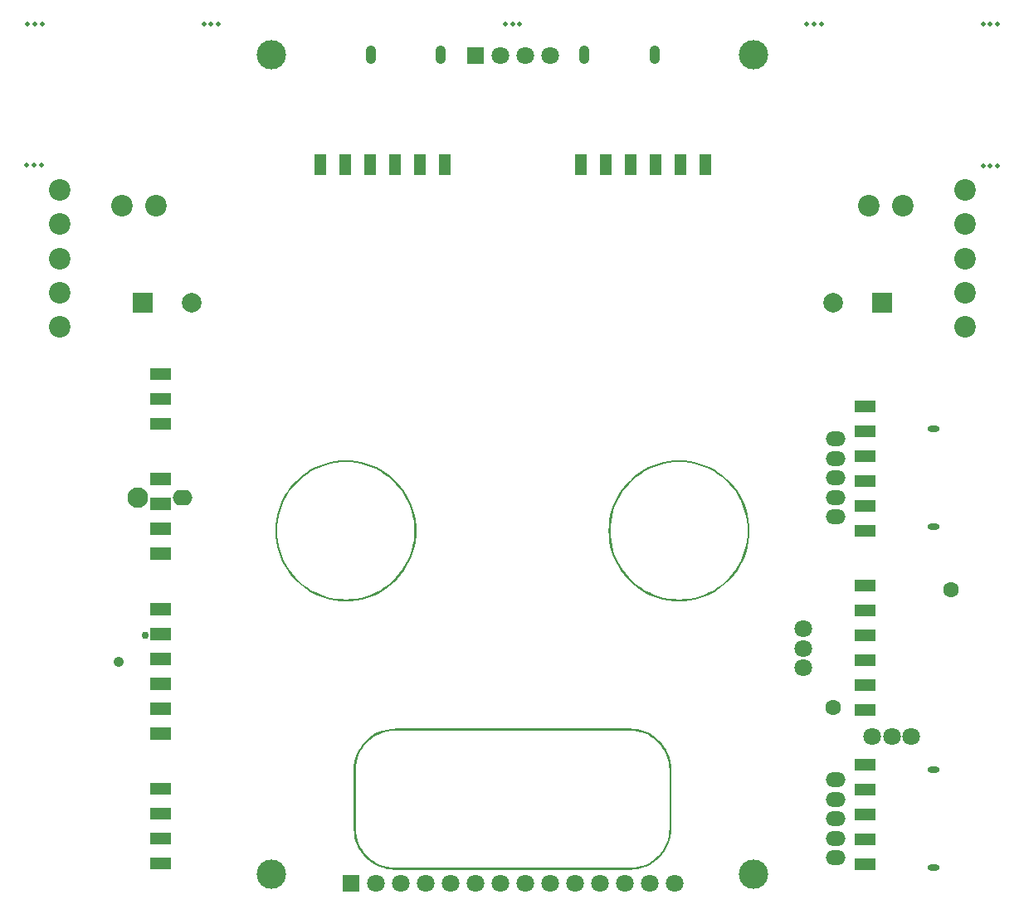
<source format=gbr>
%TF.GenerationSoftware,KiCad,Pcbnew,(5.1.9)-1*%
%TF.CreationDate,2021-05-16T18:27:06+02:00*%
%TF.ProjectId,STM32-Evalboard,53544d33-322d-4457-9661-6c626f617264,rev?*%
%TF.SameCoordinates,Original*%
%TF.FileFunction,Soldermask,Bot*%
%TF.FilePolarity,Negative*%
%FSLAX46Y46*%
G04 Gerber Fmt 4.6, Leading zero omitted, Abs format (unit mm)*
G04 Created by KiCad (PCBNEW (5.1.9)-1) date 2021-05-16 18:27:06*
%MOMM*%
%LPD*%
G01*
G04 APERTURE LIST*
%ADD10C,0.010000*%
%ADD11C,0.500000*%
%ADD12C,0.200000*%
%ADD13C,0.100000*%
%ADD14C,0.750000*%
%ADD15C,1.050000*%
%ADD16C,1.800000*%
%ADD17C,1.600000*%
%ADD18R,1.800000X1.800000*%
%ADD19C,2.200000*%
%ADD20C,2.000000*%
%ADD21R,2.000000X2.000000*%
%ADD22O,1.050000X1.900000*%
%ADD23O,1.200000X0.700000*%
%ADD24O,2.000000X1.500000*%
%ADD25C,3.000000*%
%ADD26C,2.100000*%
%ADD27O,2.000000X1.600000*%
G04 APERTURE END LIST*
D10*
%TO.C,J205*%
G36*
X125082990Y-105521020D02*
G01*
X125082990Y-104379010D01*
X123070980Y-104379010D01*
X123070980Y-105521020D01*
X125082990Y-105521020D01*
G37*
X125082990Y-105521020D02*
X125082990Y-104379010D01*
X123070980Y-104379010D01*
X123070980Y-105521020D01*
X125082990Y-105521020D01*
G36*
X125082990Y-108061020D02*
G01*
X125082990Y-106919010D01*
X123070980Y-106919010D01*
X123070980Y-108061020D01*
X125082990Y-108061020D01*
G37*
X125082990Y-108061020D02*
X125082990Y-106919010D01*
X123070980Y-106919010D01*
X123070980Y-108061020D01*
X125082990Y-108061020D01*
G36*
X125082990Y-110601017D02*
G01*
X125082990Y-109459010D01*
X123070980Y-109459010D01*
X123070980Y-110601017D01*
X125082990Y-110601017D01*
G37*
X125082990Y-110601017D02*
X125082990Y-109459010D01*
X123070980Y-109459010D01*
X123070980Y-110601017D01*
X125082990Y-110601017D01*
G36*
X125082990Y-113141020D02*
G01*
X125082990Y-111999008D01*
X123070980Y-111999008D01*
X123070980Y-113141020D01*
X125082990Y-113141020D01*
G37*
X125082990Y-113141020D02*
X125082990Y-111999008D01*
X123070980Y-111999008D01*
X123070980Y-113141020D01*
X125082990Y-113141020D01*
G36*
X125082990Y-115681020D02*
G01*
X125082990Y-114539010D01*
X123070980Y-114539010D01*
X123070980Y-115681020D01*
X125082990Y-115681020D01*
G37*
X125082990Y-115681020D02*
X125082990Y-114539010D01*
X123070980Y-114539010D01*
X123070980Y-115681020D01*
X125082990Y-115681020D01*
G36*
X125082990Y-118221020D02*
G01*
X125082990Y-117079010D01*
X123070980Y-117079010D01*
X123070980Y-118221020D01*
X125082990Y-118221020D01*
G37*
X125082990Y-118221020D02*
X125082990Y-117079010D01*
X123070980Y-117079010D01*
X123070980Y-118221020D01*
X125082990Y-118221020D01*
%TO.C,J402*%
G36*
X194917010Y-96378980D02*
G01*
X194917010Y-97520990D01*
X196929020Y-97520990D01*
X196929020Y-96378980D01*
X194917010Y-96378980D01*
G37*
X194917010Y-96378980D02*
X194917010Y-97520990D01*
X196929020Y-97520990D01*
X196929020Y-96378980D01*
X194917010Y-96378980D01*
G36*
X194917010Y-93838980D02*
G01*
X194917010Y-94980990D01*
X196929020Y-94980990D01*
X196929020Y-93838980D01*
X194917010Y-93838980D01*
G37*
X194917010Y-93838980D02*
X194917010Y-94980990D01*
X196929020Y-94980990D01*
X196929020Y-93838980D01*
X194917010Y-93838980D01*
G36*
X194917010Y-91298983D02*
G01*
X194917010Y-92440990D01*
X196929020Y-92440990D01*
X196929020Y-91298983D01*
X194917010Y-91298983D01*
G37*
X194917010Y-91298983D02*
X194917010Y-92440990D01*
X196929020Y-92440990D01*
X196929020Y-91298983D01*
X194917010Y-91298983D01*
G36*
X194917010Y-88758980D02*
G01*
X194917010Y-89900992D01*
X196929020Y-89900992D01*
X196929020Y-88758980D01*
X194917010Y-88758980D01*
G37*
X194917010Y-88758980D02*
X194917010Y-89900992D01*
X196929020Y-89900992D01*
X196929020Y-88758980D01*
X194917010Y-88758980D01*
G36*
X194917010Y-86218980D02*
G01*
X194917010Y-87360990D01*
X196929020Y-87360990D01*
X196929020Y-86218980D01*
X194917010Y-86218980D01*
G37*
X194917010Y-86218980D02*
X194917010Y-87360990D01*
X196929020Y-87360990D01*
X196929020Y-86218980D01*
X194917010Y-86218980D01*
G36*
X194917010Y-83678980D02*
G01*
X194917010Y-84820990D01*
X196929020Y-84820990D01*
X196929020Y-83678980D01*
X194917010Y-83678980D01*
G37*
X194917010Y-83678980D02*
X194917010Y-84820990D01*
X196929020Y-84820990D01*
X196929020Y-83678980D01*
X194917010Y-83678980D01*
%TO.C,J401*%
G36*
X194917010Y-114678980D02*
G01*
X194917010Y-115820990D01*
X196929020Y-115820990D01*
X196929020Y-114678980D01*
X194917010Y-114678980D01*
G37*
X194917010Y-114678980D02*
X194917010Y-115820990D01*
X196929020Y-115820990D01*
X196929020Y-114678980D01*
X194917010Y-114678980D01*
G36*
X194917010Y-112138980D02*
G01*
X194917010Y-113280990D01*
X196929020Y-113280990D01*
X196929020Y-112138980D01*
X194917010Y-112138980D01*
G37*
X194917010Y-112138980D02*
X194917010Y-113280990D01*
X196929020Y-113280990D01*
X196929020Y-112138980D01*
X194917010Y-112138980D01*
G36*
X194917010Y-109598983D02*
G01*
X194917010Y-110740990D01*
X196929020Y-110740990D01*
X196929020Y-109598983D01*
X194917010Y-109598983D01*
G37*
X194917010Y-109598983D02*
X194917010Y-110740990D01*
X196929020Y-110740990D01*
X196929020Y-109598983D01*
X194917010Y-109598983D01*
G36*
X194917010Y-107058980D02*
G01*
X194917010Y-108200992D01*
X196929020Y-108200992D01*
X196929020Y-107058980D01*
X194917010Y-107058980D01*
G37*
X194917010Y-107058980D02*
X194917010Y-108200992D01*
X196929020Y-108200992D01*
X196929020Y-107058980D01*
X194917010Y-107058980D01*
G36*
X194917010Y-104518980D02*
G01*
X194917010Y-105660990D01*
X196929020Y-105660990D01*
X196929020Y-104518980D01*
X194917010Y-104518980D01*
G37*
X194917010Y-104518980D02*
X194917010Y-105660990D01*
X196929020Y-105660990D01*
X196929020Y-104518980D01*
X194917010Y-104518980D01*
G36*
X194917010Y-101978980D02*
G01*
X194917010Y-103120990D01*
X196929020Y-103120990D01*
X196929020Y-101978980D01*
X194917010Y-101978980D01*
G37*
X194917010Y-101978980D02*
X194917010Y-103120990D01*
X196929020Y-103120990D01*
X196929020Y-101978980D01*
X194917010Y-101978980D01*
%TO.C,J102*%
G36*
X152478980Y-60582990D02*
G01*
X153620990Y-60582990D01*
X153620990Y-58570980D01*
X152478980Y-58570980D01*
X152478980Y-60582990D01*
G37*
X152478980Y-60582990D02*
X153620990Y-60582990D01*
X153620990Y-58570980D01*
X152478980Y-58570980D01*
X152478980Y-60582990D01*
G36*
X149938980Y-60582990D02*
G01*
X151080990Y-60582990D01*
X151080990Y-58570980D01*
X149938980Y-58570980D01*
X149938980Y-60582990D01*
G37*
X149938980Y-60582990D02*
X151080990Y-60582990D01*
X151080990Y-58570980D01*
X149938980Y-58570980D01*
X149938980Y-60582990D01*
G36*
X147398983Y-60582990D02*
G01*
X148540990Y-60582990D01*
X148540990Y-58570980D01*
X147398983Y-58570980D01*
X147398983Y-60582990D01*
G37*
X147398983Y-60582990D02*
X148540990Y-60582990D01*
X148540990Y-58570980D01*
X147398983Y-58570980D01*
X147398983Y-60582990D01*
G36*
X144858980Y-60582990D02*
G01*
X146000992Y-60582990D01*
X146000992Y-58570980D01*
X144858980Y-58570980D01*
X144858980Y-60582990D01*
G37*
X144858980Y-60582990D02*
X146000992Y-60582990D01*
X146000992Y-58570980D01*
X144858980Y-58570980D01*
X144858980Y-60582990D01*
G36*
X142318980Y-60582990D02*
G01*
X143460990Y-60582990D01*
X143460990Y-58570980D01*
X142318980Y-58570980D01*
X142318980Y-60582990D01*
G37*
X142318980Y-60582990D02*
X143460990Y-60582990D01*
X143460990Y-58570980D01*
X142318980Y-58570980D01*
X142318980Y-60582990D01*
G36*
X139778980Y-60582990D02*
G01*
X140920990Y-60582990D01*
X140920990Y-58570980D01*
X139778980Y-58570980D01*
X139778980Y-60582990D01*
G37*
X139778980Y-60582990D02*
X140920990Y-60582990D01*
X140920990Y-58570980D01*
X139778980Y-58570980D01*
X139778980Y-60582990D01*
%TO.C,J207*%
G36*
X125082990Y-86611020D02*
G01*
X125082990Y-85469010D01*
X123070980Y-85469010D01*
X123070980Y-86611020D01*
X125082990Y-86611020D01*
G37*
X125082990Y-86611020D02*
X125082990Y-85469010D01*
X123070980Y-85469010D01*
X123070980Y-86611020D01*
X125082990Y-86611020D01*
G36*
X125082990Y-84071017D02*
G01*
X125082990Y-82929008D01*
X123070980Y-82929008D01*
X123070980Y-84071017D01*
X125082990Y-84071017D01*
G37*
X125082990Y-84071017D02*
X125082990Y-82929008D01*
X123070980Y-82929008D01*
X123070980Y-84071017D01*
X125082990Y-84071017D01*
G36*
X125082990Y-81531020D02*
G01*
X125082990Y-80389010D01*
X123070980Y-80389010D01*
X123070980Y-81531020D01*
X125082990Y-81531020D01*
G37*
X125082990Y-81531020D02*
X125082990Y-80389010D01*
X123070980Y-80389010D01*
X123070980Y-81531020D01*
X125082990Y-81531020D01*
%TO.C,J208*%
G36*
X194917010Y-130408980D02*
G01*
X194917010Y-131550990D01*
X196929020Y-131550990D01*
X196929020Y-130408980D01*
X194917010Y-130408980D01*
G37*
X194917010Y-130408980D02*
X194917010Y-131550990D01*
X196929020Y-131550990D01*
X196929020Y-130408980D01*
X194917010Y-130408980D01*
G36*
X194917010Y-127868980D02*
G01*
X194917010Y-129010990D01*
X196929020Y-129010990D01*
X196929020Y-127868980D01*
X194917010Y-127868980D01*
G37*
X194917010Y-127868980D02*
X194917010Y-129010990D01*
X196929020Y-129010990D01*
X196929020Y-127868980D01*
X194917010Y-127868980D01*
G36*
X194917010Y-125328983D02*
G01*
X194917010Y-126470992D01*
X196929020Y-126470992D01*
X196929020Y-125328983D01*
X194917010Y-125328983D01*
G37*
X194917010Y-125328983D02*
X194917010Y-126470992D01*
X196929020Y-126470992D01*
X196929020Y-125328983D01*
X194917010Y-125328983D01*
G36*
X194917010Y-122788980D02*
G01*
X194917010Y-123930990D01*
X196929020Y-123930990D01*
X196929020Y-122788980D01*
X194917010Y-122788980D01*
G37*
X194917010Y-122788980D02*
X194917010Y-123930990D01*
X196929020Y-123930990D01*
X196929020Y-122788980D01*
X194917010Y-122788980D01*
G36*
X194917010Y-120248980D02*
G01*
X194917010Y-121390990D01*
X196929020Y-121390990D01*
X196929020Y-120248980D01*
X194917010Y-120248980D01*
G37*
X194917010Y-120248980D02*
X194917010Y-121390990D01*
X196929020Y-121390990D01*
X196929020Y-120248980D01*
X194917010Y-120248980D01*
%TO.C,J204*%
G36*
X166378980Y-60582990D02*
G01*
X167520990Y-60582990D01*
X167520990Y-58570980D01*
X166378980Y-58570980D01*
X166378980Y-60582990D01*
G37*
X166378980Y-60582990D02*
X167520990Y-60582990D01*
X167520990Y-58570980D01*
X166378980Y-58570980D01*
X166378980Y-60582990D01*
G36*
X168918980Y-60582990D02*
G01*
X170060990Y-60582990D01*
X170060990Y-58570980D01*
X168918980Y-58570980D01*
X168918980Y-60582990D01*
G37*
X168918980Y-60582990D02*
X170060990Y-60582990D01*
X170060990Y-58570980D01*
X168918980Y-58570980D01*
X168918980Y-60582990D01*
G36*
X171458980Y-60582990D02*
G01*
X172600992Y-60582990D01*
X172600992Y-58570980D01*
X171458980Y-58570980D01*
X171458980Y-60582990D01*
G37*
X171458980Y-60582990D02*
X172600992Y-60582990D01*
X172600992Y-58570980D01*
X171458980Y-58570980D01*
X171458980Y-60582990D01*
G36*
X173998983Y-60582990D02*
G01*
X175140990Y-60582990D01*
X175140990Y-58570980D01*
X173998983Y-58570980D01*
X173998983Y-60582990D01*
G37*
X173998983Y-60582990D02*
X175140990Y-60582990D01*
X175140990Y-58570980D01*
X173998983Y-58570980D01*
X173998983Y-60582990D01*
G36*
X176538980Y-60582990D02*
G01*
X177680990Y-60582990D01*
X177680990Y-58570980D01*
X176538980Y-58570980D01*
X176538980Y-60582990D01*
G37*
X176538980Y-60582990D02*
X177680990Y-60582990D01*
X177680990Y-58570980D01*
X176538980Y-58570980D01*
X176538980Y-60582990D01*
G36*
X179078980Y-60582990D02*
G01*
X180220990Y-60582990D01*
X180220990Y-58570980D01*
X179078980Y-58570980D01*
X179078980Y-60582990D01*
G37*
X179078980Y-60582990D02*
X180220990Y-60582990D01*
X180220990Y-58570980D01*
X179078980Y-58570980D01*
X179078980Y-60582990D01*
%TO.C,J203*%
G36*
X125082990Y-92261020D02*
G01*
X125082990Y-91119010D01*
X123070980Y-91119010D01*
X123070980Y-92261020D01*
X125082990Y-92261020D01*
G37*
X125082990Y-92261020D02*
X125082990Y-91119010D01*
X123070980Y-91119010D01*
X123070980Y-92261020D01*
X125082990Y-92261020D01*
G36*
X125082990Y-94801017D02*
G01*
X125082990Y-93659010D01*
X123070980Y-93659010D01*
X123070980Y-94801017D01*
X125082990Y-94801017D01*
G37*
X125082990Y-94801017D02*
X125082990Y-93659010D01*
X123070980Y-93659010D01*
X123070980Y-94801017D01*
X125082990Y-94801017D01*
G36*
X125082990Y-97341020D02*
G01*
X125082990Y-96199008D01*
X123070980Y-96199008D01*
X123070980Y-97341020D01*
X125082990Y-97341020D01*
G37*
X125082990Y-97341020D02*
X125082990Y-96199008D01*
X123070980Y-96199008D01*
X123070980Y-97341020D01*
X125082990Y-97341020D01*
G36*
X125082990Y-99881020D02*
G01*
X125082990Y-98739010D01*
X123070980Y-98739010D01*
X123070980Y-99881020D01*
X125082990Y-99881020D01*
G37*
X125082990Y-99881020D02*
X125082990Y-98739010D01*
X123070980Y-98739010D01*
X123070980Y-99881020D01*
X125082990Y-99881020D01*
%TO.C,J202*%
G36*
X125082990Y-123861020D02*
G01*
X125082990Y-122719010D01*
X123070980Y-122719010D01*
X123070980Y-123861020D01*
X125082990Y-123861020D01*
G37*
X125082990Y-123861020D02*
X125082990Y-122719010D01*
X123070980Y-122719010D01*
X123070980Y-123861020D01*
X125082990Y-123861020D01*
G36*
X125082990Y-126401017D02*
G01*
X125082990Y-125259010D01*
X123070980Y-125259010D01*
X123070980Y-126401017D01*
X125082990Y-126401017D01*
G37*
X125082990Y-126401017D02*
X125082990Y-125259010D01*
X123070980Y-125259010D01*
X123070980Y-126401017D01*
X125082990Y-126401017D01*
G36*
X125082990Y-128941020D02*
G01*
X125082990Y-127799008D01*
X123070980Y-127799008D01*
X123070980Y-128941020D01*
X125082990Y-128941020D01*
G37*
X125082990Y-128941020D02*
X125082990Y-127799008D01*
X123070980Y-127799008D01*
X123070980Y-128941020D01*
X125082990Y-128941020D01*
G36*
X125082990Y-131481020D02*
G01*
X125082990Y-130339010D01*
X123070980Y-130339010D01*
X123070980Y-131481020D01*
X125082990Y-131481020D01*
G37*
X125082990Y-131481020D02*
X125082990Y-130339010D01*
X123070980Y-130339010D01*
X123070980Y-131481020D01*
X125082990Y-131481020D01*
%TD*%
D11*
%TO.C,REF\u002A\u002A*%
X159250000Y-45250000D03*
X160000000Y-45250000D03*
X160750000Y-45250000D03*
%TD*%
D12*
%TO.C,VC503*%
X176100000Y-124400000D03*
X160000000Y-117300000D03*
X143900000Y-124400000D03*
D13*
G36*
X147998604Y-131599990D02*
G01*
X147996870Y-131599881D01*
X147995115Y-131599881D01*
X147595025Y-131580313D01*
X147593631Y-131580234D01*
X147589487Y-131579770D01*
X147585302Y-131579359D01*
X147189033Y-131520843D01*
X147189030Y-131520843D01*
X147189026Y-131520842D01*
X147187651Y-131520629D01*
X147183571Y-131519762D01*
X147179447Y-131518946D01*
X146790793Y-131422043D01*
X146790778Y-131422040D01*
X146790762Y-131422035D01*
X146789425Y-131421692D01*
X146785458Y-131420434D01*
X146781425Y-131419216D01*
X146404072Y-131284847D01*
X146404065Y-131284845D01*
X146404057Y-131284842D01*
X146402754Y-131284367D01*
X146398928Y-131282727D01*
X146395033Y-131281122D01*
X146032589Y-131110568D01*
X146031330Y-131109964D01*
X146027679Y-131107957D01*
X146023963Y-131105981D01*
X145679899Y-130900878D01*
X145679890Y-130900873D01*
X145679880Y-130900866D01*
X145678697Y-130900150D01*
X145675244Y-130897786D01*
X145671753Y-130895466D01*
X145349338Y-130657762D01*
X145348221Y-130656925D01*
X145345038Y-130654255D01*
X145341767Y-130651587D01*
X145044087Y-130383554D01*
X145043056Y-130382613D01*
X145040116Y-130379611D01*
X145037154Y-130376670D01*
X144767061Y-130080879D01*
X144767050Y-130080868D01*
X144767039Y-130080854D01*
X144766117Y-130079831D01*
X144763487Y-130076561D01*
X144760823Y-130073340D01*
X144520882Y-129752606D01*
X144520872Y-129752593D01*
X144520861Y-129752577D01*
X144520045Y-129751470D01*
X144517758Y-129747975D01*
X144515410Y-129744494D01*
X144307914Y-129401877D01*
X144307904Y-129401862D01*
X144307894Y-129401844D01*
X144307190Y-129400663D01*
X144305257Y-129396966D01*
X144303258Y-129393268D01*
X144130182Y-129032030D01*
X144130177Y-129032022D01*
X144130173Y-129032011D01*
X144129584Y-129030759D01*
X144128023Y-129026897D01*
X144126392Y-129023016D01*
X143989396Y-128646623D01*
X143989389Y-128646605D01*
X143989382Y-128646583D01*
X143988922Y-128645290D01*
X143987749Y-128641306D01*
X143986501Y-128637272D01*
X143886888Y-128249307D01*
X143886882Y-128249288D01*
X143886877Y-128249265D01*
X143886545Y-128247933D01*
X143885766Y-128243851D01*
X143884918Y-128239718D01*
X143823637Y-127843866D01*
X143823434Y-127842485D01*
X143823058Y-127838351D01*
X143822616Y-127834149D01*
X143800256Y-127434205D01*
X143800188Y-127432810D01*
X143800201Y-127430889D01*
X143800101Y-127428972D01*
X143800001Y-127400350D01*
X143800002Y-127400043D01*
X143800000Y-127400000D01*
X143800000Y-121400000D01*
X143800010Y-121398604D01*
X143800119Y-121396870D01*
X143800119Y-121395115D01*
X143819687Y-120995025D01*
X143819766Y-120993631D01*
X143820230Y-120989487D01*
X143820641Y-120985302D01*
X143879154Y-120589051D01*
X143879156Y-120589031D01*
X143879161Y-120589008D01*
X143879371Y-120587651D01*
X143880233Y-120583595D01*
X143881054Y-120579447D01*
X143977960Y-120190778D01*
X143978308Y-120189426D01*
X143979560Y-120185479D01*
X143980784Y-120181425D01*
X144115155Y-119804066D01*
X144115633Y-119802754D01*
X144117281Y-119798907D01*
X144118879Y-119795032D01*
X144289432Y-119432589D01*
X144290036Y-119431330D01*
X144292050Y-119427666D01*
X144294019Y-119423963D01*
X144499122Y-119079899D01*
X144499127Y-119079890D01*
X144499134Y-119079880D01*
X144499850Y-119078697D01*
X144502214Y-119075244D01*
X144504534Y-119071753D01*
X144742229Y-118749352D01*
X144742238Y-118749338D01*
X144742250Y-118749323D01*
X144743075Y-118748220D01*
X144745747Y-118745036D01*
X144748413Y-118741767D01*
X145016445Y-118444087D01*
X145017387Y-118443056D01*
X145020374Y-118440131D01*
X145023330Y-118437154D01*
X145319132Y-118167050D01*
X145320169Y-118166116D01*
X145323443Y-118163483D01*
X145326659Y-118160823D01*
X145647394Y-117920882D01*
X145647407Y-117920872D01*
X145647423Y-117920861D01*
X145648530Y-117920045D01*
X145652030Y-117917754D01*
X145655507Y-117915409D01*
X145998123Y-117707914D01*
X145998138Y-117707904D01*
X145998156Y-117707894D01*
X145999338Y-117707190D01*
X146003017Y-117705266D01*
X146006732Y-117703258D01*
X146367970Y-117530182D01*
X146367978Y-117530177D01*
X146367989Y-117530173D01*
X146369241Y-117529584D01*
X146373103Y-117528023D01*
X146376984Y-117526392D01*
X146753395Y-117389390D01*
X146754710Y-117388922D01*
X146758722Y-117387741D01*
X146762728Y-117386501D01*
X147150699Y-117286886D01*
X147150713Y-117286882D01*
X147150730Y-117286879D01*
X147152066Y-117286545D01*
X147156170Y-117285762D01*
X147160283Y-117284918D01*
X147556134Y-117223637D01*
X147557516Y-117223433D01*
X147561706Y-117223051D01*
X147565850Y-117222616D01*
X147965795Y-117200256D01*
X147967189Y-117200188D01*
X147969112Y-117200201D01*
X147971028Y-117200101D01*
X147999651Y-117200001D01*
X147999957Y-117200002D01*
X148000000Y-117200000D01*
X172000000Y-117200000D01*
X172001396Y-117200010D01*
X172003130Y-117200119D01*
X172004885Y-117200119D01*
X172404975Y-117219687D01*
X172406369Y-117219766D01*
X172410513Y-117220230D01*
X172414698Y-117220641D01*
X172810949Y-117279154D01*
X172810969Y-117279156D01*
X172810992Y-117279161D01*
X172812349Y-117279371D01*
X172816405Y-117280233D01*
X172820553Y-117281054D01*
X173209222Y-117377960D01*
X173210574Y-117378308D01*
X173214521Y-117379560D01*
X173218575Y-117380784D01*
X173595928Y-117515153D01*
X173595935Y-117515155D01*
X173595943Y-117515158D01*
X173597246Y-117515633D01*
X173601093Y-117517281D01*
X173604968Y-117518879D01*
X173967411Y-117689432D01*
X173968670Y-117690036D01*
X173972334Y-117692050D01*
X173976037Y-117694019D01*
X174320101Y-117899122D01*
X174320110Y-117899127D01*
X174320120Y-117899134D01*
X174321303Y-117899850D01*
X174324756Y-117902214D01*
X174328247Y-117904534D01*
X174650648Y-118142229D01*
X174650662Y-118142238D01*
X174650677Y-118142250D01*
X174651780Y-118143075D01*
X174654964Y-118145747D01*
X174658233Y-118148413D01*
X174955913Y-118416445D01*
X174956944Y-118417387D01*
X174959869Y-118420374D01*
X174962846Y-118423330D01*
X175232950Y-118719132D01*
X175233884Y-118720169D01*
X175236517Y-118723443D01*
X175239177Y-118726659D01*
X175479118Y-119047394D01*
X175479128Y-119047407D01*
X175479139Y-119047423D01*
X175479955Y-119048530D01*
X175482246Y-119052030D01*
X175484591Y-119055507D01*
X175692086Y-119398123D01*
X175692096Y-119398138D01*
X175692106Y-119398156D01*
X175692810Y-119399338D01*
X175694734Y-119403017D01*
X175696742Y-119406732D01*
X175869822Y-119767977D01*
X175869823Y-119767978D01*
X175869827Y-119767989D01*
X175870416Y-119769241D01*
X175871977Y-119773103D01*
X175873608Y-119776984D01*
X176010610Y-120153395D01*
X176011078Y-120154710D01*
X176012259Y-120158722D01*
X176013499Y-120162728D01*
X176113114Y-120550699D01*
X176113118Y-120550713D01*
X176113121Y-120550730D01*
X176113455Y-120552066D01*
X176114238Y-120556170D01*
X176115082Y-120560283D01*
X176176363Y-120956134D01*
X176176567Y-120957516D01*
X176176949Y-120961706D01*
X176177384Y-120965850D01*
X176199744Y-121365795D01*
X176199812Y-121367189D01*
X176199799Y-121369112D01*
X176199899Y-121371028D01*
X176199999Y-121399651D01*
X176199994Y-121401047D01*
X176199415Y-121410800D01*
X176197887Y-121420449D01*
X176195424Y-121429904D01*
X176192051Y-121439073D01*
X176187799Y-121447869D01*
X176186512Y-121449977D01*
X176013506Y-121449977D01*
X176011870Y-121447255D01*
X176007679Y-121438430D01*
X176004370Y-121429237D01*
X176001972Y-121419766D01*
X176000512Y-121410106D01*
X176000001Y-121400349D01*
X175999910Y-121374351D01*
X175977969Y-120981901D01*
X175918183Y-120595708D01*
X175820999Y-120217204D01*
X175687343Y-119849986D01*
X175518488Y-119497559D01*
X175316051Y-119163294D01*
X175081964Y-118850384D01*
X174818459Y-118561808D01*
X174528043Y-118300316D01*
X174213494Y-118068411D01*
X173877834Y-117868317D01*
X173524235Y-117701926D01*
X173156094Y-117570837D01*
X172776915Y-117476297D01*
X172390327Y-117419210D01*
X171997548Y-117400000D01*
X148000063Y-117400000D01*
X147974351Y-117400090D01*
X147581901Y-117422031D01*
X147195708Y-117481817D01*
X146817204Y-117579001D01*
X146449986Y-117712657D01*
X146097559Y-117881512D01*
X145763293Y-118083950D01*
X145450384Y-118318036D01*
X145161808Y-118581541D01*
X144900316Y-118871957D01*
X144668411Y-119186506D01*
X144468317Y-119522166D01*
X144301926Y-119875765D01*
X144170837Y-120243906D01*
X144076297Y-120623085D01*
X144019210Y-121009673D01*
X144000000Y-121402452D01*
X144000000Y-127400000D01*
X144000090Y-127425648D01*
X144022031Y-127818100D01*
X144081817Y-128204292D01*
X144179001Y-128582796D01*
X144312657Y-128950014D01*
X144481510Y-129302438D01*
X144683946Y-129636701D01*
X144918036Y-129949615D01*
X145181547Y-130238197D01*
X145471963Y-130499689D01*
X145786499Y-130731585D01*
X146122171Y-130931685D01*
X146475765Y-131098074D01*
X146843906Y-131229163D01*
X147223092Y-131323704D01*
X147609673Y-131380790D01*
X148002452Y-131400000D01*
X171999937Y-131400000D01*
X172025648Y-131399910D01*
X172418100Y-131377969D01*
X172804292Y-131318183D01*
X173182796Y-131220999D01*
X173550014Y-131087343D01*
X173902438Y-130918490D01*
X174236701Y-130716054D01*
X174549615Y-130481964D01*
X174838197Y-130218453D01*
X175099689Y-129928037D01*
X175331585Y-129613501D01*
X175531685Y-129277829D01*
X175698074Y-128924235D01*
X175829163Y-128556094D01*
X175923704Y-128176908D01*
X175980790Y-127790327D01*
X176000000Y-127397548D01*
X176000000Y-121500000D01*
X176000010Y-121498604D01*
X176000623Y-121488853D01*
X176002185Y-121479209D01*
X176004681Y-121469763D01*
X176008086Y-121460606D01*
X176012369Y-121451825D01*
X176013506Y-121449977D01*
X176186512Y-121449977D01*
X176186486Y-121450019D01*
X176188295Y-121453053D01*
X176192455Y-121461893D01*
X176195732Y-121471097D01*
X176198096Y-121480577D01*
X176199523Y-121490242D01*
X176200000Y-121500000D01*
X176200000Y-127400000D01*
X176199990Y-127401396D01*
X176199881Y-127403130D01*
X176199881Y-127404885D01*
X176180313Y-127804975D01*
X176180234Y-127806369D01*
X176179770Y-127810513D01*
X176179359Y-127814698D01*
X176120843Y-128210969D01*
X176120629Y-128212349D01*
X176119762Y-128216429D01*
X176118946Y-128220553D01*
X176022043Y-128609207D01*
X176022040Y-128609222D01*
X176022035Y-128609238D01*
X176021692Y-128610575D01*
X176020434Y-128614542D01*
X176019216Y-128618575D01*
X175884845Y-128995934D01*
X175884367Y-128997246D01*
X175882727Y-129001072D01*
X175881122Y-129004967D01*
X175710568Y-129367411D01*
X175709964Y-129368670D01*
X175707957Y-129372321D01*
X175705981Y-129376037D01*
X175500878Y-129720101D01*
X175500873Y-129720110D01*
X175500866Y-129720120D01*
X175500150Y-129721303D01*
X175497786Y-129724756D01*
X175495466Y-129728247D01*
X175257762Y-130050662D01*
X175256925Y-130051779D01*
X175254255Y-130054962D01*
X175251587Y-130058233D01*
X174983554Y-130355913D01*
X174982613Y-130356944D01*
X174979611Y-130359884D01*
X174976670Y-130362846D01*
X174680879Y-130632939D01*
X174680868Y-130632950D01*
X174680854Y-130632961D01*
X174679831Y-130633883D01*
X174676561Y-130636513D01*
X174673340Y-130639177D01*
X174352606Y-130879118D01*
X174352593Y-130879128D01*
X174352577Y-130879139D01*
X174351470Y-130879955D01*
X174347975Y-130882242D01*
X174344494Y-130884590D01*
X174001877Y-131092086D01*
X174001862Y-131092096D01*
X174001844Y-131092106D01*
X174000663Y-131092810D01*
X173996966Y-131094743D01*
X173993268Y-131096742D01*
X173632030Y-131269818D01*
X173632022Y-131269823D01*
X173632011Y-131269827D01*
X173630759Y-131270416D01*
X173626897Y-131271977D01*
X173623016Y-131273608D01*
X173246623Y-131410604D01*
X173246605Y-131410611D01*
X173246583Y-131410618D01*
X173245290Y-131411078D01*
X173241306Y-131412251D01*
X173237272Y-131413499D01*
X172849307Y-131513112D01*
X172849288Y-131513118D01*
X172849265Y-131513123D01*
X172847933Y-131513455D01*
X172843851Y-131514234D01*
X172839718Y-131515082D01*
X172443866Y-131576363D01*
X172442485Y-131576566D01*
X172438351Y-131576942D01*
X172434149Y-131577384D01*
X172034205Y-131599744D01*
X172032810Y-131599812D01*
X172030889Y-131599799D01*
X172028972Y-131599899D01*
X172000350Y-131599999D01*
X172000043Y-131599998D01*
X172000000Y-131600000D01*
X148000000Y-131600000D01*
X147998604Y-131599990D01*
G37*
%TD*%
D14*
%TO.C,SW502*%
X122543503Y-107656497D03*
D15*
X119856497Y-110343503D03*
%TD*%
D16*
%TO.C,RV503*%
X189700000Y-111000000D03*
X200700000Y-118000000D03*
X189700000Y-109000000D03*
X189700000Y-107000000D03*
X198700000Y-118000000D03*
X196700000Y-118000000D03*
D17*
X192700000Y-115000000D03*
X204700000Y-103000000D03*
%TD*%
D13*
%TO.C,VC501*%
G36*
X137919972Y-91899221D02*
G01*
X137928132Y-91893769D01*
X137934323Y-91890460D01*
X138102757Y-91722026D01*
X138510873Y-91370814D01*
X138944096Y-91051080D01*
X139400000Y-90764617D01*
X139876037Y-90513024D01*
X140369545Y-90297709D01*
X140877763Y-90119876D01*
X141397850Y-89980519D01*
X141926896Y-89880418D01*
X142461944Y-89820133D01*
X143000000Y-89800000D01*
X143538057Y-89820133D01*
X144073105Y-89880418D01*
X144602151Y-89980519D01*
X145122238Y-90119876D01*
X145630455Y-90297709D01*
X146123963Y-90513024D01*
X146600000Y-90764617D01*
X147055905Y-91051080D01*
X147489127Y-91370814D01*
X147897244Y-91722026D01*
X148277974Y-92102757D01*
X148629187Y-92510873D01*
X148948920Y-92944096D01*
X149235383Y-93400000D01*
X149486976Y-93876037D01*
X149702291Y-94369545D01*
X149880124Y-94877763D01*
X150019481Y-95397850D01*
X150119582Y-95926896D01*
X150179867Y-96461944D01*
X150200000Y-97000000D01*
X150179867Y-97538057D01*
X150119582Y-98073105D01*
X150019481Y-98602151D01*
X149880124Y-99122238D01*
X149702291Y-99630455D01*
X149486976Y-100123963D01*
X149235383Y-100600000D01*
X148948920Y-101055905D01*
X148629187Y-101489127D01*
X148277974Y-101897244D01*
X147897244Y-102277974D01*
X147489127Y-102629187D01*
X147055905Y-102948920D01*
X146600000Y-103235383D01*
X146123963Y-103486976D01*
X145630455Y-103702291D01*
X145122238Y-103880124D01*
X144602151Y-104019481D01*
X144073105Y-104119582D01*
X143538057Y-104179867D01*
X143000000Y-104200000D01*
X142461944Y-104179867D01*
X141926896Y-104119582D01*
X141397850Y-104019481D01*
X140877763Y-103880124D01*
X140369545Y-103702291D01*
X139876037Y-103486976D01*
X139400000Y-103235383D01*
X138944096Y-102948920D01*
X138510873Y-102629187D01*
X138102757Y-102277974D01*
X137727315Y-101902532D01*
X137868637Y-101761210D01*
X138238791Y-102131363D01*
X138635572Y-102472820D01*
X139056760Y-102783671D01*
X139500000Y-103062178D01*
X139962814Y-103306782D01*
X140442613Y-103516116D01*
X140936713Y-103689010D01*
X141442354Y-103824496D01*
X141956704Y-103921815D01*
X142476890Y-103980427D01*
X143000000Y-103999999D01*
X143523111Y-103980427D01*
X144043296Y-103921815D01*
X144557646Y-103824496D01*
X145063287Y-103689010D01*
X145557388Y-103516116D01*
X146037186Y-103306782D01*
X146500001Y-103062178D01*
X146943241Y-102783671D01*
X147364429Y-102472820D01*
X147761210Y-102131363D01*
X148131363Y-101761210D01*
X148472820Y-101364429D01*
X148783671Y-100943241D01*
X149062178Y-100500001D01*
X149306782Y-100037186D01*
X149516116Y-99557388D01*
X149689010Y-99063287D01*
X149824496Y-98557646D01*
X149921815Y-98043296D01*
X149980427Y-97523111D01*
X149999999Y-97000000D01*
X149980427Y-96476890D01*
X149921815Y-95956704D01*
X149824496Y-95442354D01*
X149689010Y-94936713D01*
X149516116Y-94442613D01*
X149306782Y-93962814D01*
X149062178Y-93500000D01*
X148783671Y-93056760D01*
X148472820Y-92635572D01*
X148131363Y-92238791D01*
X147761210Y-91868637D01*
X147364429Y-91527180D01*
X146943241Y-91216329D01*
X146500001Y-90937822D01*
X146037186Y-90693219D01*
X145557388Y-90483884D01*
X145063287Y-90310991D01*
X144557646Y-90175505D01*
X144043296Y-90078185D01*
X143523111Y-90019574D01*
X143000000Y-90000001D01*
X142476890Y-90019574D01*
X141956704Y-90078185D01*
X141442354Y-90175505D01*
X140936713Y-90310991D01*
X140442613Y-90483884D01*
X139962814Y-90693219D01*
X139500000Y-90937822D01*
X139056760Y-91216329D01*
X138635572Y-91527180D01*
X138238791Y-91868637D01*
X137868637Y-92238791D01*
X137527180Y-92635572D01*
X137216329Y-93056760D01*
X136937822Y-93500000D01*
X136693219Y-93962814D01*
X136483884Y-94442613D01*
X136310991Y-94936713D01*
X136175505Y-95442354D01*
X136078185Y-95956704D01*
X136019574Y-96476890D01*
X136000001Y-97000000D01*
X136019574Y-97523111D01*
X136078185Y-98043296D01*
X136175505Y-98557646D01*
X136310991Y-99063287D01*
X136483884Y-99557388D01*
X136693219Y-100037186D01*
X136937822Y-100500001D01*
X137216329Y-100943241D01*
X137527180Y-101364429D01*
X137868637Y-101761210D01*
X137727315Y-101902532D01*
X137722026Y-101897244D01*
X137370814Y-101489127D01*
X137051080Y-101055905D01*
X136764617Y-100600000D01*
X136513024Y-100123963D01*
X136297709Y-99630455D01*
X136119876Y-99122238D01*
X135980519Y-98602151D01*
X135880418Y-98073105D01*
X135820133Y-97538057D01*
X135800000Y-97000000D01*
X135820133Y-96461944D01*
X135880418Y-95926896D01*
X135980519Y-95397850D01*
X136119876Y-94877763D01*
X136297709Y-94369545D01*
X136513024Y-93876037D01*
X136764617Y-93400000D01*
X137051080Y-92944096D01*
X137370814Y-92510873D01*
X137722026Y-92102757D01*
X137890460Y-91934323D01*
X137893769Y-91928132D01*
X137899221Y-91919972D01*
X137905446Y-91912386D01*
X137912386Y-91905446D01*
X137919972Y-91899221D01*
G37*
%TD*%
%TO.C,VC502*%
G36*
X171919972Y-91899221D02*
G01*
X171928132Y-91893769D01*
X171934323Y-91890460D01*
X172102757Y-91722026D01*
X172510873Y-91370814D01*
X172944096Y-91051080D01*
X173400000Y-90764617D01*
X173876037Y-90513024D01*
X174369545Y-90297709D01*
X174877763Y-90119876D01*
X175397850Y-89980519D01*
X175926896Y-89880418D01*
X176461944Y-89820133D01*
X177000000Y-89800000D01*
X177538057Y-89820133D01*
X178073105Y-89880418D01*
X178602151Y-89980519D01*
X179122238Y-90119876D01*
X179630455Y-90297709D01*
X180123963Y-90513024D01*
X180600000Y-90764617D01*
X181055905Y-91051080D01*
X181489127Y-91370814D01*
X181897244Y-91722026D01*
X182277974Y-92102757D01*
X182629187Y-92510873D01*
X182948920Y-92944096D01*
X183235383Y-93400000D01*
X183486976Y-93876037D01*
X183702291Y-94369545D01*
X183880124Y-94877763D01*
X184019481Y-95397850D01*
X184119582Y-95926896D01*
X184179867Y-96461944D01*
X184200000Y-97000000D01*
X184179867Y-97538057D01*
X184119582Y-98073105D01*
X184019481Y-98602151D01*
X183880124Y-99122238D01*
X183702291Y-99630455D01*
X183486976Y-100123963D01*
X183235383Y-100600000D01*
X182948920Y-101055905D01*
X182629187Y-101489127D01*
X182277974Y-101897244D01*
X181897244Y-102277974D01*
X181489127Y-102629187D01*
X181055905Y-102948920D01*
X180600000Y-103235383D01*
X180123963Y-103486976D01*
X179630455Y-103702291D01*
X179122238Y-103880124D01*
X178602151Y-104019481D01*
X178073105Y-104119582D01*
X177538057Y-104179867D01*
X177000000Y-104200000D01*
X176461944Y-104179867D01*
X175926896Y-104119582D01*
X175397850Y-104019481D01*
X174877763Y-103880124D01*
X174369545Y-103702291D01*
X173876037Y-103486976D01*
X173400000Y-103235383D01*
X172944096Y-102948920D01*
X172510873Y-102629187D01*
X172102757Y-102277974D01*
X171727315Y-101902532D01*
X171868637Y-101761210D01*
X172238791Y-102131363D01*
X172635572Y-102472820D01*
X173056760Y-102783671D01*
X173500000Y-103062178D01*
X173962814Y-103306782D01*
X174442613Y-103516116D01*
X174936713Y-103689010D01*
X175442354Y-103824496D01*
X175956704Y-103921815D01*
X176476890Y-103980427D01*
X177000000Y-103999999D01*
X177523111Y-103980427D01*
X178043296Y-103921815D01*
X178557646Y-103824496D01*
X179063287Y-103689010D01*
X179557388Y-103516116D01*
X180037186Y-103306782D01*
X180500001Y-103062178D01*
X180943241Y-102783671D01*
X181364429Y-102472820D01*
X181761210Y-102131363D01*
X182131363Y-101761210D01*
X182472820Y-101364429D01*
X182783671Y-100943241D01*
X183062178Y-100500001D01*
X183306782Y-100037186D01*
X183516116Y-99557388D01*
X183689010Y-99063287D01*
X183824496Y-98557646D01*
X183921815Y-98043296D01*
X183980427Y-97523111D01*
X183999999Y-97000000D01*
X183980427Y-96476890D01*
X183921815Y-95956704D01*
X183824496Y-95442354D01*
X183689010Y-94936713D01*
X183516116Y-94442613D01*
X183306782Y-93962814D01*
X183062178Y-93500000D01*
X182783671Y-93056760D01*
X182472820Y-92635572D01*
X182131363Y-92238791D01*
X181761210Y-91868637D01*
X181364429Y-91527180D01*
X180943241Y-91216329D01*
X180500001Y-90937822D01*
X180037186Y-90693219D01*
X179557388Y-90483884D01*
X179063287Y-90310991D01*
X178557646Y-90175505D01*
X178043296Y-90078185D01*
X177523111Y-90019574D01*
X177000000Y-90000001D01*
X176476890Y-90019574D01*
X175956704Y-90078185D01*
X175442354Y-90175505D01*
X174936713Y-90310991D01*
X174442613Y-90483884D01*
X173962814Y-90693219D01*
X173500000Y-90937822D01*
X173056760Y-91216329D01*
X172635572Y-91527180D01*
X172238791Y-91868637D01*
X171868637Y-92238791D01*
X171527180Y-92635572D01*
X171216329Y-93056760D01*
X170937822Y-93500000D01*
X170693219Y-93962814D01*
X170483884Y-94442613D01*
X170310991Y-94936713D01*
X170175505Y-95442354D01*
X170078185Y-95956704D01*
X170019574Y-96476890D01*
X170000001Y-97000000D01*
X170019574Y-97523111D01*
X170078185Y-98043296D01*
X170175505Y-98557646D01*
X170310991Y-99063287D01*
X170483884Y-99557388D01*
X170693219Y-100037186D01*
X170937822Y-100500001D01*
X171216329Y-100943241D01*
X171527180Y-101364429D01*
X171868637Y-101761210D01*
X171727315Y-101902532D01*
X171722026Y-101897244D01*
X171370814Y-101489127D01*
X171051080Y-101055905D01*
X170764617Y-100600000D01*
X170513024Y-100123963D01*
X170297709Y-99630455D01*
X170119876Y-99122238D01*
X169980519Y-98602151D01*
X169880418Y-98073105D01*
X169820133Y-97538057D01*
X169800000Y-97000000D01*
X169820133Y-96461944D01*
X169880418Y-95926896D01*
X169980519Y-95397850D01*
X170119876Y-94877763D01*
X170297709Y-94369545D01*
X170513024Y-93876037D01*
X170764617Y-93400000D01*
X171051080Y-92944096D01*
X171370814Y-92510873D01*
X171722026Y-92102757D01*
X171890460Y-91934323D01*
X171893769Y-91928132D01*
X171899221Y-91919972D01*
X171905446Y-91912386D01*
X171912386Y-91905446D01*
X171919972Y-91899221D01*
G37*
%TD*%
D18*
%TO.C,J103*%
X156190000Y-48500000D03*
D16*
X158730000Y-48500000D03*
X161270000Y-48500000D03*
X163810000Y-48500000D03*
%TD*%
%TO.C,J206*%
X168890000Y-133000000D03*
X163810000Y-133000000D03*
X171430000Y-133000000D03*
X166350000Y-133000000D03*
X176510000Y-133000000D03*
X173970000Y-133000000D03*
X161270000Y-133000000D03*
X158730000Y-133000000D03*
X156190000Y-133000000D03*
X153650000Y-133000000D03*
X151110000Y-133000000D03*
X148570000Y-133000000D03*
X146030000Y-133000000D03*
D18*
X143490000Y-133000000D03*
%TD*%
D11*
%TO.C,REF\u002A\u002A*%
X110450000Y-59700000D03*
X111200000Y-59700000D03*
X111950000Y-59700000D03*
%TD*%
%TO.C,REF\u002A\u002A*%
X110500000Y-45250000D03*
X111250000Y-45250000D03*
X112000000Y-45250000D03*
%TD*%
%TO.C,REF\u002A\u002A*%
X128500000Y-45250000D03*
X129250000Y-45250000D03*
X130000000Y-45250000D03*
%TD*%
%TO.C,REF\u002A\u002A*%
X208000000Y-59750000D03*
X208750000Y-59750000D03*
X209500000Y-59750000D03*
%TD*%
%TO.C,REF\u002A\u002A*%
X190000000Y-45250000D03*
X190750000Y-45250000D03*
X191500000Y-45250000D03*
%TD*%
%TO.C,REF\u002A\u002A*%
X208000000Y-45250000D03*
X208750000Y-45250000D03*
X209500000Y-45250000D03*
%TD*%
D19*
%TO.C,J303*%
X113800000Y-62200000D03*
X113800000Y-65700000D03*
X113800000Y-69200000D03*
X113800000Y-72700000D03*
X113800000Y-76200000D03*
%TD*%
D20*
%TO.C,C303*%
X192750000Y-73750000D03*
D21*
X197750000Y-73750000D03*
%TD*%
D22*
%TO.C,J201*%
X174475000Y-48450000D03*
X167325000Y-48450000D03*
%TD*%
%TO.C,J101*%
X152675000Y-48450000D03*
X145525000Y-48450000D03*
%TD*%
D23*
%TO.C,RV501*%
X203000000Y-131400000D03*
X203000000Y-121400000D03*
D24*
X193000000Y-128400000D03*
X193000000Y-124400000D03*
X193000000Y-130400000D03*
X193000000Y-126400000D03*
X193000000Y-122400000D03*
%TD*%
D23*
%TO.C,RV502*%
X203000000Y-96600000D03*
X203000000Y-86600000D03*
D24*
X193000000Y-93600000D03*
X193000000Y-89600000D03*
X193000000Y-95600000D03*
X193000000Y-91600000D03*
X193000000Y-87600000D03*
%TD*%
D25*
%TO.C,H104*%
X184600000Y-132100000D03*
%TD*%
%TO.C,H103*%
X135400000Y-132100000D03*
%TD*%
%TO.C,H102*%
X184600000Y-48400000D03*
%TD*%
%TO.C,H101*%
X135400000Y-48400000D03*
%TD*%
D26*
%TO.C,SW501*%
X121800000Y-93600000D03*
D27*
X126300000Y-93600000D03*
%TD*%
D20*
%TO.C,C304*%
X127250000Y-73750000D03*
D21*
X122250000Y-73750000D03*
%TD*%
D19*
%TO.C,J304*%
X206200000Y-76200000D03*
X206200000Y-72700000D03*
X206200000Y-69200000D03*
X206200000Y-65700000D03*
X206200000Y-62200000D03*
%TD*%
%TO.C,J302*%
X199850000Y-63800000D03*
X196350000Y-63800000D03*
%TD*%
%TO.C,J301*%
X123650000Y-63800000D03*
X120150000Y-63800000D03*
%TD*%
M02*

</source>
